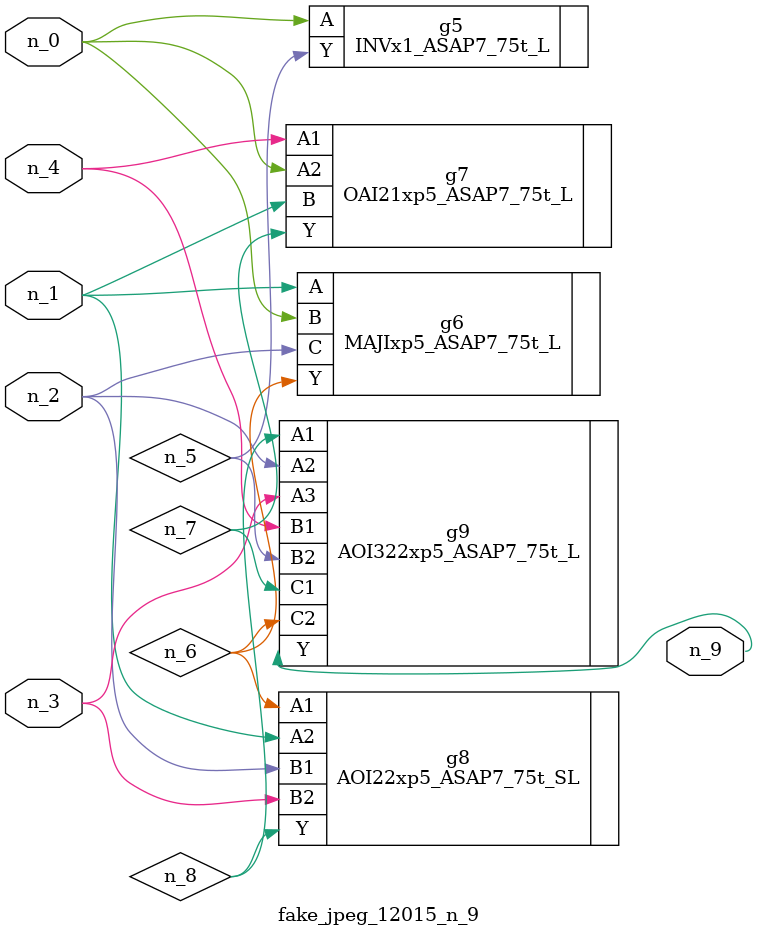
<source format=v>
module fake_jpeg_12015_n_9 (n_3, n_2, n_1, n_0, n_4, n_9);

input n_3;
input n_2;
input n_1;
input n_0;
input n_4;

output n_9;

wire n_8;
wire n_6;
wire n_5;
wire n_7;

INVx1_ASAP7_75t_L g5 ( 
.A(n_0),
.Y(n_5)
);

MAJIxp5_ASAP7_75t_L g6 ( 
.A(n_1),
.B(n_0),
.C(n_2),
.Y(n_6)
);

OAI21xp5_ASAP7_75t_L g7 ( 
.A1(n_4),
.A2(n_0),
.B(n_1),
.Y(n_7)
);

AOI22xp5_ASAP7_75t_SL g8 ( 
.A1(n_6),
.A2(n_1),
.B1(n_2),
.B2(n_3),
.Y(n_8)
);

AOI322xp5_ASAP7_75t_L g9 ( 
.A1(n_8),
.A2(n_2),
.A3(n_3),
.B1(n_4),
.B2(n_5),
.C1(n_7),
.C2(n_6),
.Y(n_9)
);


endmodule
</source>
